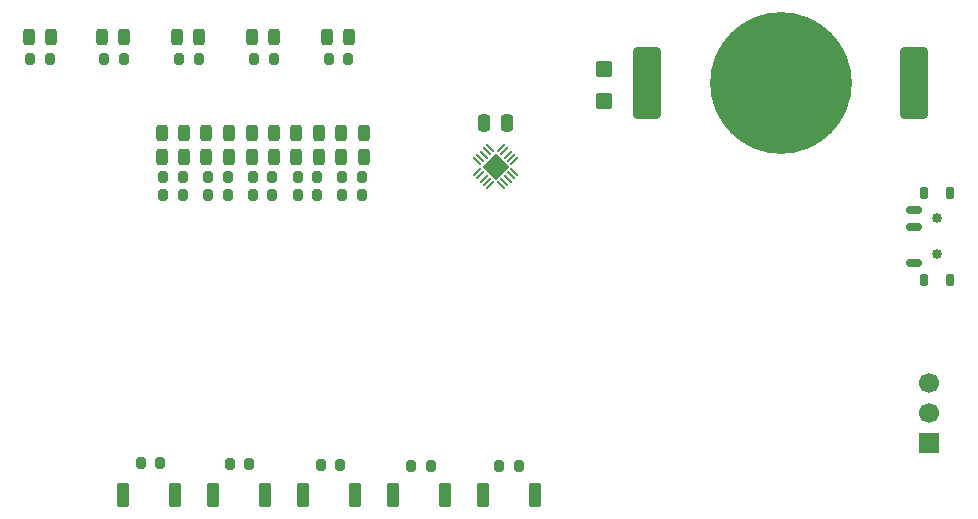
<source format=gts>
G04 #@! TF.GenerationSoftware,KiCad,Pcbnew,9.0.3*
G04 #@! TF.CreationDate,2025-08-18T11:47:16+01:00*
G04 #@! TF.ProjectId,tester_pcb_business_card,74657374-6572-45f7-9063-625f62757369,rev?*
G04 #@! TF.SameCoordinates,Original*
G04 #@! TF.FileFunction,Soldermask,Top*
G04 #@! TF.FilePolarity,Negative*
%FSLAX46Y46*%
G04 Gerber Fmt 4.6, Leading zero omitted, Abs format (unit mm)*
G04 Created by KiCad (PCBNEW 9.0.3) date 2025-08-18 11:47:16*
%MOMM*%
%LPD*%
G01*
G04 APERTURE LIST*
G04 Aperture macros list*
%AMRoundRect*
0 Rectangle with rounded corners*
0 $1 Rounding radius*
0 $2 $3 $4 $5 $6 $7 $8 $9 X,Y pos of 4 corners*
0 Add a 4 corners polygon primitive as box body*
4,1,4,$2,$3,$4,$5,$6,$7,$8,$9,$2,$3,0*
0 Add four circle primitives for the rounded corners*
1,1,$1+$1,$2,$3*
1,1,$1+$1,$4,$5*
1,1,$1+$1,$6,$7*
1,1,$1+$1,$8,$9*
0 Add four rect primitives between the rounded corners*
20,1,$1+$1,$2,$3,$4,$5,0*
20,1,$1+$1,$4,$5,$6,$7,0*
20,1,$1+$1,$6,$7,$8,$9,0*
20,1,$1+$1,$8,$9,$2,$3,0*%
%AMRotRect*
0 Rectangle, with rotation*
0 The origin of the aperture is its center*
0 $1 length*
0 $2 width*
0 $3 Rotation angle, in degrees counterclockwise*
0 Add horizontal line*
21,1,$1,$2,0,0,$3*%
G04 Aperture macros list end*
%ADD10RoundRect,0.243750X-0.243750X-0.456250X0.243750X-0.456250X0.243750X0.456250X-0.243750X0.456250X0*%
%ADD11RoundRect,0.250000X-0.445000X0.457500X-0.445000X-0.457500X0.445000X-0.457500X0.445000X0.457500X0*%
%ADD12RoundRect,0.360000X-0.840000X-2.690000X0.840000X-2.690000X0.840000X2.690000X-0.840000X2.690000X0*%
%ADD13C,12.000000*%
%ADD14RoundRect,0.157500X-0.367500X-0.842500X0.367500X-0.842500X0.367500X0.842500X-0.367500X0.842500X0*%
%ADD15RoundRect,0.200000X0.200000X0.275000X-0.200000X0.275000X-0.200000X-0.275000X0.200000X-0.275000X0*%
%ADD16RoundRect,0.200000X-0.200000X-0.275000X0.200000X-0.275000X0.200000X0.275000X-0.200000X0.275000X0*%
%ADD17R,1.700000X1.700000*%
%ADD18C,1.700000*%
%ADD19C,0.850000*%
%ADD20RoundRect,0.150000X0.500000X-0.150000X0.500000X0.150000X-0.500000X0.150000X-0.500000X-0.150000X0*%
%ADD21RoundRect,0.175000X0.175000X-0.350000X0.175000X0.350000X-0.175000X0.350000X-0.175000X-0.350000X0*%
%ADD22RoundRect,0.250000X0.250000X0.475000X-0.250000X0.475000X-0.250000X-0.475000X0.250000X-0.475000X0*%
%ADD23RoundRect,0.050000X-0.229810X-0.300520X0.300520X0.229810X0.229810X0.300520X-0.300520X-0.229810X0*%
%ADD24RoundRect,0.050000X0.229810X-0.300520X0.300520X-0.229810X-0.229810X0.300520X-0.300520X0.229810X0*%
%ADD25RotRect,1.650000X1.650000X45.000000*%
G04 APERTURE END LIST*
D10*
X83570600Y-82956400D03*
X85445600Y-82956400D03*
X79760600Y-82956400D03*
X81635600Y-82956400D03*
X75973700Y-82956400D03*
X77848700Y-82956400D03*
X72140600Y-82956400D03*
X74015600Y-82956400D03*
X83570600Y-84988400D03*
X85445600Y-84988400D03*
X79760600Y-84988400D03*
X81635600Y-84988400D03*
X75973700Y-84988400D03*
X77848700Y-84988400D03*
X72140600Y-84988400D03*
X74015600Y-84988400D03*
D11*
X105765600Y-77590700D03*
X105765600Y-80295700D03*
D12*
X132080000Y-78740000D03*
X109423200Y-78740000D03*
D13*
X120751600Y-78740000D03*
D14*
X87934800Y-113627100D03*
X92384800Y-113627100D03*
X72694800Y-113627100D03*
X77144800Y-113627100D03*
X80314800Y-113627100D03*
X84764800Y-113627100D03*
X65074800Y-113627100D03*
X69524800Y-113627100D03*
X95554800Y-113627100D03*
X100004800Y-113627100D03*
D15*
X83643200Y-88239600D03*
X85293200Y-88239600D03*
X65137000Y-76707200D03*
X63487000Y-76707200D03*
D10*
X69673700Y-74878400D03*
X71548700Y-74878400D03*
D16*
X66586600Y-110947200D03*
X68236600Y-110947200D03*
D15*
X84136200Y-76707200D03*
X82486200Y-76707200D03*
X77837000Y-76707200D03*
X76187000Y-76707200D03*
X83643200Y-86715600D03*
X85293200Y-86715600D03*
X81507600Y-86715600D03*
X79857600Y-86715600D03*
X58888600Y-76707200D03*
X57238600Y-76707200D03*
X77697600Y-88239600D03*
X76047600Y-88239600D03*
D10*
X57126100Y-74878400D03*
X59001100Y-74878400D03*
D17*
X133350000Y-109220000D03*
D18*
X133350000Y-106680000D03*
X133350000Y-104140000D03*
D19*
X134030000Y-93230000D03*
X134030000Y-90230000D03*
D20*
X132080000Y-93980000D03*
X132080000Y-90980000D03*
X132080000Y-89480000D03*
D21*
X132930000Y-95405000D03*
X135130000Y-95405000D03*
X132930000Y-88055000D03*
X135130000Y-88055000D03*
D10*
X63323700Y-74878400D03*
X65198700Y-74878400D03*
X82322900Y-74878400D03*
X84197900Y-74878400D03*
D15*
X70154800Y-86715600D03*
X68504800Y-86715600D03*
D16*
X74105000Y-111048800D03*
X75755000Y-111048800D03*
D15*
X72288400Y-86715600D03*
X73938400Y-86715600D03*
D16*
X89485200Y-111201200D03*
X91135200Y-111201200D03*
D15*
X71487000Y-76707200D03*
X69837000Y-76707200D03*
D16*
X96952800Y-111150400D03*
X98602800Y-111150400D03*
X81826600Y-111099600D03*
X83476600Y-111099600D03*
D15*
X70154800Y-88239600D03*
X68504800Y-88239600D03*
X72288400Y-88239600D03*
X73938400Y-88239600D03*
D10*
X76023700Y-74878400D03*
X77898700Y-74878400D03*
D15*
X77697600Y-86715600D03*
X76047600Y-86715600D03*
D22*
X97569300Y-82130700D03*
X95669300Y-82130700D03*
D23*
X95039910Y-86302319D03*
X95322752Y-86585162D03*
X95605595Y-86868005D03*
X95888438Y-87150848D03*
X96171281Y-87433690D03*
D24*
X97090519Y-87433690D03*
X97373362Y-87150848D03*
X97656205Y-86868005D03*
X97939048Y-86585162D03*
X98221890Y-86302319D03*
D23*
X98221890Y-85383081D03*
X97939048Y-85100238D03*
X97656205Y-84817395D03*
X97373362Y-84534552D03*
X97090519Y-84251710D03*
D24*
X96171281Y-84251710D03*
X95888438Y-84534552D03*
X95605595Y-84817395D03*
X95322752Y-85100238D03*
X95039910Y-85383081D03*
D25*
X96630900Y-85842700D03*
D15*
X81507600Y-88239600D03*
X79857600Y-88239600D03*
D10*
X68353700Y-82956400D03*
X70228700Y-82956400D03*
X68353700Y-84988400D03*
X70228700Y-84988400D03*
M02*

</source>
